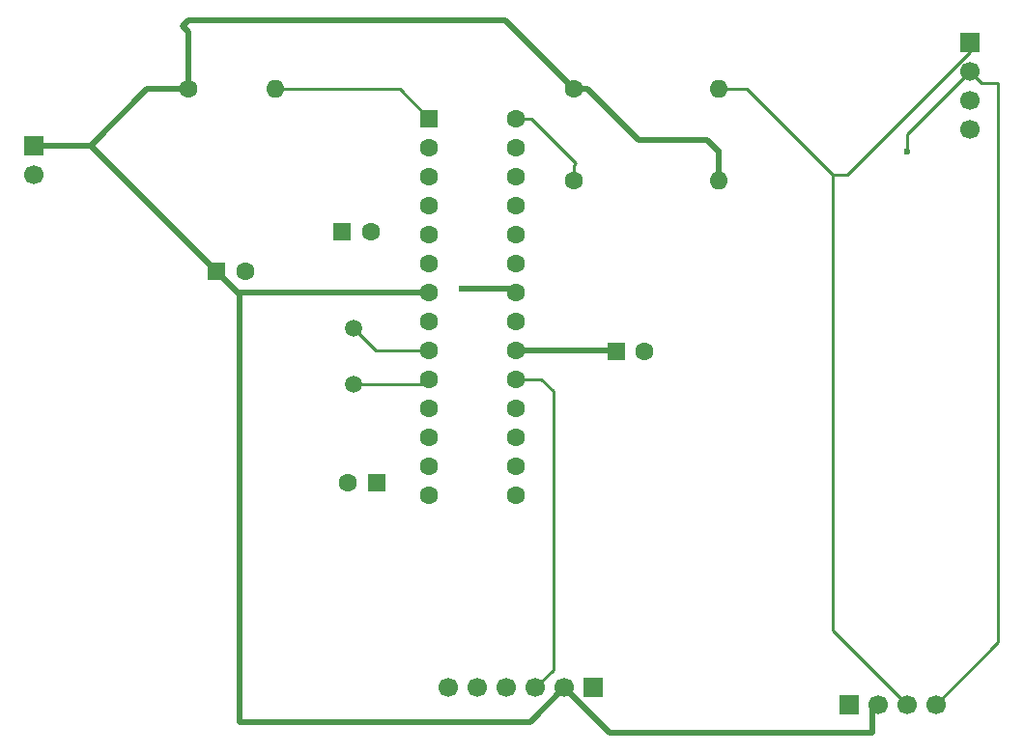
<source format=gbr>
%TF.GenerationSoftware,KiCad,Pcbnew,9.0.1*%
%TF.CreationDate,2025-06-18T08:05:51+01:00*%
%TF.ProjectId,station_pcb,73746174-696f-46e5-9f70-63622e6b6963,rev?*%
%TF.SameCoordinates,Original*%
%TF.FileFunction,Copper,L1,Top*%
%TF.FilePolarity,Positive*%
%FSLAX46Y46*%
G04 Gerber Fmt 4.6, Leading zero omitted, Abs format (unit mm)*
G04 Created by KiCad (PCBNEW 9.0.1) date 2025-06-18 08:05:51*
%MOMM*%
%LPD*%
G01*
G04 APERTURE LIST*
G04 Aperture macros list*
%AMRoundRect*
0 Rectangle with rounded corners*
0 $1 Rounding radius*
0 $2 $3 $4 $5 $6 $7 $8 $9 X,Y pos of 4 corners*
0 Add a 4 corners polygon primitive as box body*
4,1,4,$2,$3,$4,$5,$6,$7,$8,$9,$2,$3,0*
0 Add four circle primitives for the rounded corners*
1,1,$1+$1,$2,$3*
1,1,$1+$1,$4,$5*
1,1,$1+$1,$6,$7*
1,1,$1+$1,$8,$9*
0 Add four rect primitives between the rounded corners*
20,1,$1+$1,$2,$3,$4,$5,0*
20,1,$1+$1,$4,$5,$6,$7,0*
20,1,$1+$1,$6,$7,$8,$9,0*
20,1,$1+$1,$8,$9,$2,$3,0*%
G04 Aperture macros list end*
%TA.AperFunction,ComponentPad*%
%ADD10O,1.600000X1.600000*%
%TD*%
%TA.AperFunction,ComponentPad*%
%ADD11C,1.600000*%
%TD*%
%TA.AperFunction,ComponentPad*%
%ADD12C,1.700000*%
%TD*%
%TA.AperFunction,ComponentPad*%
%ADD13R,1.700000X1.700000*%
%TD*%
%TA.AperFunction,ComponentPad*%
%ADD14R,1.600000X1.600000*%
%TD*%
%TA.AperFunction,ComponentPad*%
%ADD15C,1.500000*%
%TD*%
%TA.AperFunction,ComponentPad*%
%ADD16RoundRect,0.250000X-0.550000X-0.550000X0.550000X-0.550000X0.550000X0.550000X-0.550000X0.550000X0*%
%TD*%
%TA.AperFunction,ViaPad*%
%ADD17C,0.600000*%
%TD*%
%TA.AperFunction,Conductor*%
%ADD18C,0.500000*%
%TD*%
%TA.AperFunction,Conductor*%
%ADD19C,0.250000*%
%TD*%
G04 APERTURE END LIST*
D10*
%TO.P,R2,2*%
%TO.N,/SDA*%
X165769182Y-55000000D03*
D11*
%TO.P,R2,1*%
%TO.N,/5V*%
X153069182Y-55000000D03*
%TD*%
D12*
%TO.P,J4,6,Pin_6*%
%TO.N,/GND*%
X142069182Y-107500000D03*
%TO.P,J4,5,Pin_5*%
%TO.N,/5 RST*%
X144609182Y-107500000D03*
%TO.P,J4,4,Pin_4*%
%TO.N,/4 MOSI*%
X147149182Y-107500000D03*
%TO.P,J4,3,Pin_3*%
%TO.N,/3 SCK*%
X149689182Y-107500000D03*
%TO.P,J4,2,Pin_2*%
%TO.N,/5V*%
X152229182Y-107500000D03*
D13*
%TO.P,J4,1,Pin_1*%
%TO.N,/1 MISO*%
X154769182Y-107500000D03*
%TD*%
D11*
%TO.P,C1,2*%
%TO.N,Net-(U1-XTAL1{slash}PB6)*%
X135269182Y-67500000D03*
D14*
%TO.P,C1,1*%
%TO.N,/GND*%
X132769182Y-67500000D03*
%TD*%
D15*
%TO.P,Y1,2,2*%
%TO.N,Net-(U1-XTAL1{slash}PB6)*%
X133769182Y-76000000D03*
%TO.P,Y1,1,1*%
%TO.N,Net-(U1-XTAL2{slash}PB7)*%
X133769182Y-80880000D03*
%TD*%
D11*
%TO.P,C3,2*%
%TO.N,/GND*%
X159269182Y-78000000D03*
D14*
%TO.P,C3,1*%
%TO.N,Net-(U1-AVCC)*%
X156769182Y-78000000D03*
%TD*%
D16*
%TO.P,U1,1,~{RESET}/PC6*%
%TO.N,/5 RST*%
X140399182Y-57600000D03*
D11*
%TO.P,U1,2,PD0*%
%TO.N,unconnected-(U1-PD0-Pad2)*%
X140399182Y-60140000D03*
%TO.P,U1,3,PD1*%
%TO.N,unconnected-(U1-PD1-Pad3)*%
X140399182Y-62680000D03*
%TO.P,U1,4,PD2*%
%TO.N,unconnected-(U1-PD2-Pad4)*%
X140399182Y-65220000D03*
%TO.P,U1,5,PD3*%
%TO.N,unconnected-(U1-PD3-Pad5)*%
X140399182Y-67760000D03*
%TO.P,U1,6,PD4*%
%TO.N,unconnected-(U1-PD4-Pad6)*%
X140399182Y-70300000D03*
%TO.P,U1,7,VCC*%
%TO.N,/5V*%
X140399182Y-72840000D03*
%TO.P,U1,8,GND*%
%TO.N,/GND*%
X140399182Y-75380000D03*
%TO.P,U1,9,XTAL1/PB6*%
%TO.N,Net-(U1-XTAL1{slash}PB6)*%
X140399182Y-77920000D03*
%TO.P,U1,10,XTAL2/PB7*%
%TO.N,Net-(U1-XTAL2{slash}PB7)*%
X140399182Y-80460000D03*
%TO.P,U1,11,PD5*%
%TO.N,unconnected-(U1-PD5-Pad11)*%
X140399182Y-83000000D03*
%TO.P,U1,12,PD6*%
%TO.N,unconnected-(U1-PD6-Pad12)*%
X140399182Y-85540000D03*
%TO.P,U1,13,PD7*%
%TO.N,unconnected-(U1-PD7-Pad13)*%
X140399182Y-88080000D03*
%TO.P,U1,14,PB0*%
%TO.N,unconnected-(U1-PB0-Pad14)*%
X140399182Y-90620000D03*
%TO.P,U1,15,PB1*%
%TO.N,unconnected-(U1-PB1-Pad15)*%
X148019182Y-90620000D03*
%TO.P,U1,16,PB2*%
%TO.N,unconnected-(U1-PB2-Pad16)*%
X148019182Y-88080000D03*
%TO.P,U1,17,PB3*%
%TO.N,/4 MOSI*%
X148019182Y-85540000D03*
%TO.P,U1,18,PB4*%
%TO.N,/1 MISO*%
X148019182Y-83000000D03*
%TO.P,U1,19,PB5*%
%TO.N,/3 SCK*%
X148019182Y-80460000D03*
%TO.P,U1,20,AVCC*%
%TO.N,Net-(U1-AVCC)*%
X148019182Y-77920000D03*
%TO.P,U1,21,AREF*%
%TO.N,unconnected-(U1-AREF-Pad21)*%
X148019182Y-75380000D03*
%TO.P,U1,22,GND*%
%TO.N,/GND*%
X148019182Y-72840000D03*
%TO.P,U1,23,PC0*%
%TO.N,unconnected-(U1-PC0-Pad23)*%
X148019182Y-70300000D03*
%TO.P,U1,24,PC1*%
%TO.N,unconnected-(U1-PC1-Pad24)*%
X148019182Y-67760000D03*
%TO.P,U1,25,PC2*%
%TO.N,unconnected-(U1-PC2-Pad25)*%
X148019182Y-65220000D03*
%TO.P,U1,26,PC3*%
%TO.N,unconnected-(U1-PC3-Pad26)*%
X148019182Y-62680000D03*
%TO.P,U1,27,PC4*%
%TO.N,/SDA*%
X148019182Y-60140000D03*
%TO.P,U1,28,PC5*%
%TO.N,/SCL*%
X148019182Y-57600000D03*
%TD*%
%TO.P,R3,1*%
%TO.N,/SCL*%
X153069182Y-63000000D03*
D10*
%TO.P,R3,2*%
%TO.N,/5V*%
X165769182Y-63000000D03*
%TD*%
D11*
%TO.P,R1,1*%
%TO.N,/5V*%
X119269182Y-55000000D03*
D10*
%TO.P,R1,2*%
%TO.N,/5 RST*%
X126889182Y-55000000D03*
%TD*%
D13*
%TO.P,J3,1,Pin_1*%
%TO.N,/GND*%
X177189182Y-109000000D03*
D12*
%TO.P,J3,2,Pin_2*%
%TO.N,/5V*%
X179729182Y-109000000D03*
%TO.P,J3,3,Pin_3*%
%TO.N,/SDA*%
X182269182Y-109000000D03*
%TO.P,J3,4,Pin_4*%
%TO.N,/SCL*%
X184809182Y-109000000D03*
%TD*%
D13*
%TO.P,J2,1,Pin_1*%
%TO.N,/SDA*%
X187769182Y-50920000D03*
D12*
%TO.P,J2,2,Pin_2*%
%TO.N,/SCL*%
X187769182Y-53460000D03*
%TO.P,J2,3,Pin_3*%
%TO.N,/5V*%
X187769182Y-56000000D03*
%TO.P,J2,4,Pin_4*%
%TO.N,/GND*%
X187769182Y-58540000D03*
%TD*%
D13*
%TO.P,J1,1,Pin_1*%
%TO.N,/5V*%
X105769182Y-59960000D03*
D12*
%TO.P,J1,2,Pin_2*%
%TO.N,/GND*%
X105769182Y-62500000D03*
%TD*%
D14*
%TO.P,C4,1*%
%TO.N,/5V*%
X121769182Y-71000000D03*
D11*
%TO.P,C4,2*%
%TO.N,/GND*%
X124269182Y-71000000D03*
%TD*%
D14*
%TO.P,C2,1*%
%TO.N,/GND*%
X135769182Y-89500000D03*
D11*
%TO.P,C2,2*%
%TO.N,Net-(U1-XTAL2{slash}PB7)*%
X133269182Y-89500000D03*
%TD*%
D17*
%TO.N,/GND*%
X143269182Y-72500000D03*
%TO.N,/SCL*%
X182269182Y-60500000D03*
%TO.N,/5V*%
X165769182Y-60500000D03*
%TD*%
D18*
%TO.N,/5V*%
X149229182Y-110500000D02*
X123769182Y-110500000D01*
X152229182Y-107500000D02*
X149229182Y-110500000D01*
X123769182Y-110500000D02*
X123769182Y-73000000D01*
X123769182Y-73000000D02*
X121769182Y-71000000D01*
%TO.N,/GND*%
X143269182Y-72500000D02*
X147679182Y-72500000D01*
X147679182Y-72500000D02*
X148019182Y-72840000D01*
D19*
%TO.N,/SCL*%
X182269182Y-60500000D02*
X182269182Y-58960000D01*
X182269182Y-58960000D02*
X187769182Y-53460000D01*
%TO.N,/SDA*%
X175769182Y-62500000D02*
X177066066Y-62500000D01*
X177066066Y-62500000D02*
X187769182Y-51796884D01*
X187769182Y-51796884D02*
X187769182Y-50920000D01*
D18*
%TO.N,/5V*%
X119269182Y-49000000D02*
X118769182Y-49500000D01*
X147069182Y-49000000D02*
X119269182Y-49000000D01*
X153069182Y-55000000D02*
X147069182Y-49000000D01*
X118769182Y-49500000D02*
X119269182Y-50000000D01*
X119269182Y-50000000D02*
X119269182Y-55000000D01*
X158769182Y-59500000D02*
X164769182Y-59500000D01*
X164769182Y-59500000D02*
X165769182Y-60500000D01*
X165769182Y-60500000D02*
X165769182Y-63000000D01*
X154269182Y-55000000D02*
X158769182Y-59500000D01*
X153069182Y-55000000D02*
X154269182Y-55000000D01*
D19*
%TO.N,/SCL*%
X149369182Y-57600000D02*
X153269182Y-61500000D01*
X148019182Y-57600000D02*
X149369182Y-57600000D01*
X153269182Y-61500000D02*
X153069182Y-61700000D01*
X153069182Y-61700000D02*
X153069182Y-63000000D01*
X190269182Y-103540000D02*
X190269182Y-54500000D01*
X184809182Y-109000000D02*
X190269182Y-103540000D01*
X190269182Y-54500000D02*
X188809182Y-54500000D01*
X188809182Y-54500000D02*
X187769182Y-53460000D01*
D18*
%TO.N,/5V*%
X156229182Y-111500000D02*
X179269182Y-111500000D01*
X152229182Y-107500000D02*
X156229182Y-111500000D01*
X179269182Y-111500000D02*
X179269182Y-109460000D01*
X179269182Y-109460000D02*
X179729182Y-109000000D01*
D19*
%TO.N,/3 SCK*%
X151269182Y-105920000D02*
X151269182Y-81500000D01*
X149689182Y-107500000D02*
X151269182Y-105920000D01*
X151269182Y-81500000D02*
X150229182Y-80460000D01*
X150229182Y-80460000D02*
X148019182Y-80460000D01*
%TO.N,Net-(U1-XTAL1{slash}PB6)*%
X133769182Y-76000000D02*
X135689182Y-77920000D01*
X135689182Y-77920000D02*
X140399182Y-77920000D01*
%TO.N,Net-(U1-XTAL2{slash}PB7)*%
X133769182Y-80880000D02*
X139979182Y-80880000D01*
X139979182Y-80880000D02*
X140399182Y-80460000D01*
D18*
%TO.N,/5V*%
X121769182Y-71000000D02*
X123609182Y-72840000D01*
X123609182Y-72840000D02*
X140399182Y-72840000D01*
D19*
%TO.N,/5 RST*%
X126889182Y-55000000D02*
X137799182Y-55000000D01*
X137799182Y-55000000D02*
X140399182Y-57600000D01*
D18*
%TO.N,/5V*%
X110729182Y-59960000D02*
X115689182Y-55000000D01*
X115689182Y-55000000D02*
X119269182Y-55000000D01*
X105769182Y-59960000D02*
X110729182Y-59960000D01*
X110729182Y-59960000D02*
X121769182Y-71000000D01*
%TO.N,Net-(U1-AVCC)*%
X148019182Y-77920000D02*
X156689182Y-77920000D01*
X156689182Y-77920000D02*
X156769182Y-78000000D01*
D19*
%TO.N,/SDA*%
X175769182Y-62500000D02*
X175769182Y-102500000D01*
X165769182Y-55000000D02*
X168269182Y-55000000D01*
X175769182Y-102500000D02*
X182269182Y-109000000D01*
X168269182Y-55000000D02*
X175769182Y-62500000D01*
%TD*%
M02*

</source>
